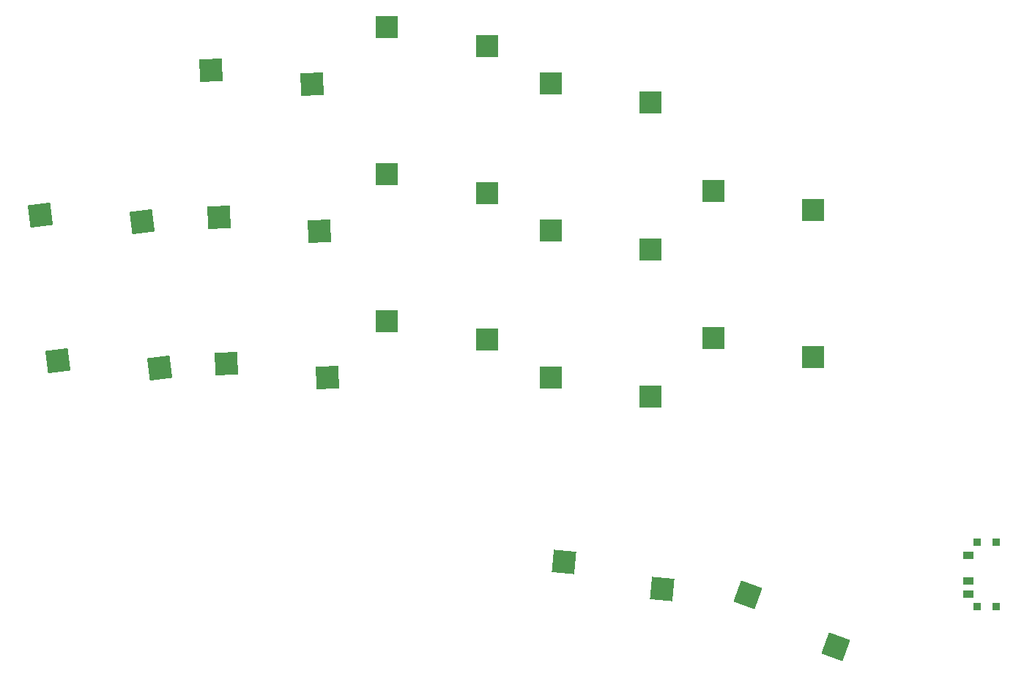
<source format=gbp>
%TF.GenerationSoftware,KiCad,Pcbnew,(6.0.4)*%
%TF.CreationDate,2022-05-17T22:37:58+02:00*%
%TF.ProjectId,battoota,62617474-6f6f-4746-912e-6b696361645f,v1.0.0*%
%TF.SameCoordinates,Original*%
%TF.FileFunction,Paste,Bot*%
%TF.FilePolarity,Positive*%
%FSLAX46Y46*%
G04 Gerber Fmt 4.6, Leading zero omitted, Abs format (unit mm)*
G04 Created by KiCad (PCBNEW (6.0.4)) date 2022-05-17 22:37:58*
%MOMM*%
%LPD*%
G01*
G04 APERTURE LIST*
G04 Aperture macros list*
%AMRotRect*
0 Rectangle, with rotation*
0 The origin of the aperture is its center*
0 $1 length*
0 $2 width*
0 $3 Rotation angle, in degrees counterclockwise*
0 Add horizontal line*
21,1,$1,$2,0,0,$3*%
G04 Aperture macros list end*
%ADD10RotRect,2.600000X2.600000X3.000000*%
%ADD11R,2.600000X2.600000*%
%ADD12RotRect,2.600000X2.600000X340.000000*%
%ADD13R,0.900000X0.900000*%
%ADD14R,1.250000X0.900000*%
%ADD15RotRect,2.600000X2.600000X7.000000*%
%ADD16RotRect,2.600000X2.600000X355.000000*%
G04 APERTURE END LIST*
D10*
%TO.C,S11*%
X72891096Y114158916D03*
X84540407Y112566412D03*
%TD*%
D11*
%TO.C,S15*%
X93220817Y102196989D03*
X104770817Y99996989D03*
%TD*%
%TO.C,S21*%
X112136087Y95636017D03*
X123686087Y93436017D03*
%TD*%
%TO.C,S29*%
X130943280Y100228852D03*
X142493280Y98028852D03*
%TD*%
D12*
%TO.C,S33*%
X134967944Y53481956D03*
X145068949Y47464300D03*
%TD*%
D10*
%TO.C,S7*%
X74670520Y80205512D03*
X86319831Y78613008D03*
%TD*%
D13*
%TO.C,T2*%
X163600140Y52144619D03*
X163600140Y59544619D03*
X161400140Y52144619D03*
X161400140Y59544619D03*
D14*
X160425140Y58094619D03*
X160425140Y55094619D03*
X160425140Y53594619D03*
%TD*%
D15*
%TO.C,S5*%
X53149171Y97420716D03*
X64881191Y96644705D03*
%TD*%
D11*
%TO.C,S27*%
X130943280Y83228852D03*
X142493280Y81028852D03*
%TD*%
D10*
%TO.C,S9*%
X73780808Y97182214D03*
X85430119Y95589710D03*
%TD*%
D11*
%TO.C,S13*%
X93220817Y85196989D03*
X104770817Y82996989D03*
%TD*%
%TO.C,S17*%
X93220818Y119196989D03*
X104770818Y116996989D03*
%TD*%
D16*
%TO.C,S31*%
X113677123Y57326314D03*
X124991429Y54128036D03*
%TD*%
D15*
%TO.C,S3*%
X55220950Y80547430D03*
X66952970Y79771419D03*
%TD*%
D11*
%TO.C,S23*%
X112136087Y112636017D03*
X123686087Y110436017D03*
%TD*%
%TO.C,S19*%
X112136087Y78636017D03*
X123686087Y76436017D03*
%TD*%
M02*

</source>
